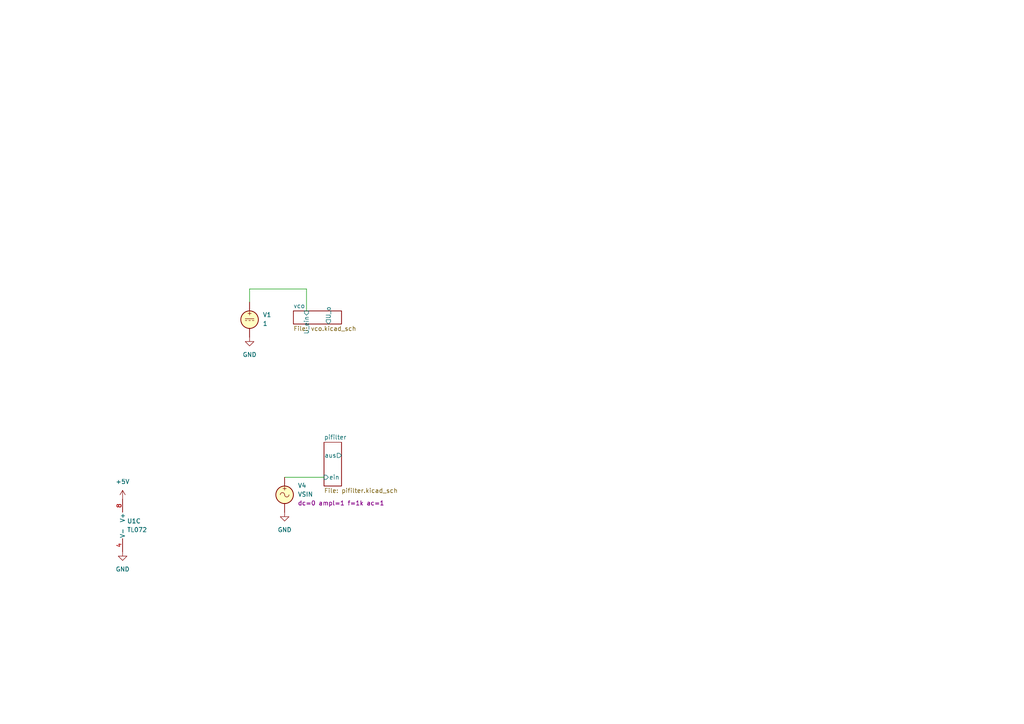
<source format=kicad_sch>
(kicad_sch
	(version 20231120)
	(generator "eeschema")
	(generator_version "8.0")
	(uuid "2bfb4d56-aacb-4507-b57e-dbc901fa3ede")
	(paper "A4")
	(lib_symbols
		(symbol "Amplifier_Operational:TL072"
			(pin_names
				(offset 0.127)
			)
			(exclude_from_sim no)
			(in_bom yes)
			(on_board yes)
			(property "Reference" "U"
				(at 0 5.08 0)
				(effects
					(font
						(size 1.27 1.27)
					)
					(justify left)
				)
			)
			(property "Value" "TL072"
				(at 0 -5.08 0)
				(effects
					(font
						(size 1.27 1.27)
					)
					(justify left)
				)
			)
			(property "Footprint" ""
				(at 0 0 0)
				(effects
					(font
						(size 1.27 1.27)
					)
					(hide yes)
				)
			)
			(property "Datasheet" "http://www.ti.com/lit/ds/symlink/tl071.pdf"
				(at 0 0 0)
				(effects
					(font
						(size 1.27 1.27)
					)
					(hide yes)
				)
			)
			(property "Description" "Dual Low-Noise JFET-Input Operational Amplifiers, DIP-8/SOIC-8"
				(at 0 0 0)
				(effects
					(font
						(size 1.27 1.27)
					)
					(hide yes)
				)
			)
			(property "ki_locked" ""
				(at 0 0 0)
				(effects
					(font
						(size 1.27 1.27)
					)
				)
			)
			(property "ki_keywords" "dual opamp"
				(at 0 0 0)
				(effects
					(font
						(size 1.27 1.27)
					)
					(hide yes)
				)
			)
			(property "ki_fp_filters" "SOIC*3.9x4.9mm*P1.27mm* DIP*W7.62mm* TO*99* OnSemi*Micro8* TSSOP*3x3mm*P0.65mm* TSSOP*4.4x3mm*P0.65mm* MSOP*3x3mm*P0.65mm* SSOP*3.9x4.9mm*P0.635mm* LFCSP*2x2mm*P0.5mm* *SIP* SOIC*5.3x6.2mm*P1.27mm*"
				(at 0 0 0)
				(effects
					(font
						(size 1.27 1.27)
					)
					(hide yes)
				)
			)
			(symbol "TL072_1_1"
				(polyline
					(pts
						(xy -5.08 5.08) (xy 5.08 0) (xy -5.08 -5.08) (xy -5.08 5.08)
					)
					(stroke
						(width 0.254)
						(type default)
					)
					(fill
						(type background)
					)
				)
				(pin output line
					(at 7.62 0 180)
					(length 2.54)
					(name "~"
						(effects
							(font
								(size 1.27 1.27)
							)
						)
					)
					(number "1"
						(effects
							(font
								(size 1.27 1.27)
							)
						)
					)
				)
				(pin input line
					(at -7.62 -2.54 0)
					(length 2.54)
					(name "-"
						(effects
							(font
								(size 1.27 1.27)
							)
						)
					)
					(number "2"
						(effects
							(font
								(size 1.27 1.27)
							)
						)
					)
				)
				(pin input line
					(at -7.62 2.54 0)
					(length 2.54)
					(name "+"
						(effects
							(font
								(size 1.27 1.27)
							)
						)
					)
					(number "3"
						(effects
							(font
								(size 1.27 1.27)
							)
						)
					)
				)
			)
			(symbol "TL072_2_1"
				(polyline
					(pts
						(xy -5.08 5.08) (xy 5.08 0) (xy -5.08 -5.08) (xy -5.08 5.08)
					)
					(stroke
						(width 0.254)
						(type default)
					)
					(fill
						(type background)
					)
				)
				(pin input line
					(at -7.62 2.54 0)
					(length 2.54)
					(name "+"
						(effects
							(font
								(size 1.27 1.27)
							)
						)
					)
					(number "5"
						(effects
							(font
								(size 1.27 1.27)
							)
						)
					)
				)
				(pin input line
					(at -7.62 -2.54 0)
					(length 2.54)
					(name "-"
						(effects
							(font
								(size 1.27 1.27)
							)
						)
					)
					(number "6"
						(effects
							(font
								(size 1.27 1.27)
							)
						)
					)
				)
				(pin output line
					(at 7.62 0 180)
					(length 2.54)
					(name "~"
						(effects
							(font
								(size 1.27 1.27)
							)
						)
					)
					(number "7"
						(effects
							(font
								(size 1.27 1.27)
							)
						)
					)
				)
			)
			(symbol "TL072_3_1"
				(pin power_in line
					(at -2.54 -7.62 90)
					(length 3.81)
					(name "V-"
						(effects
							(font
								(size 1.27 1.27)
							)
						)
					)
					(number "4"
						(effects
							(font
								(size 1.27 1.27)
							)
						)
					)
				)
				(pin power_in line
					(at -2.54 7.62 270)
					(length 3.81)
					(name "V+"
						(effects
							(font
								(size 1.27 1.27)
							)
						)
					)
					(number "8"
						(effects
							(font
								(size 1.27 1.27)
							)
						)
					)
				)
			)
		)
		(symbol "Simulation_SPICE:VDC"
			(pin_numbers hide)
			(pin_names
				(offset 0.0254)
			)
			(exclude_from_sim no)
			(in_bom yes)
			(on_board yes)
			(property "Reference" "V"
				(at 2.54 2.54 0)
				(effects
					(font
						(size 1.27 1.27)
					)
					(justify left)
				)
			)
			(property "Value" "1"
				(at 2.54 0 0)
				(effects
					(font
						(size 1.27 1.27)
					)
					(justify left)
				)
			)
			(property "Footprint" ""
				(at 0 0 0)
				(effects
					(font
						(size 1.27 1.27)
					)
					(hide yes)
				)
			)
			(property "Datasheet" "~"
				(at 0 0 0)
				(effects
					(font
						(size 1.27 1.27)
					)
					(hide yes)
				)
			)
			(property "Description" "Voltage source, DC"
				(at 0 0 0)
				(effects
					(font
						(size 1.27 1.27)
					)
					(hide yes)
				)
			)
			(property "Sim.Pins" "1=+ 2=-"
				(at 0 0 0)
				(effects
					(font
						(size 1.27 1.27)
					)
					(hide yes)
				)
			)
			(property "Sim.Type" "DC"
				(at 0 0 0)
				(effects
					(font
						(size 1.27 1.27)
					)
					(hide yes)
				)
			)
			(property "Sim.Device" "V"
				(at 0 0 0)
				(effects
					(font
						(size 1.27 1.27)
					)
					(justify left)
					(hide yes)
				)
			)
			(property "ki_keywords" "simulation"
				(at 0 0 0)
				(effects
					(font
						(size 1.27 1.27)
					)
					(hide yes)
				)
			)
			(symbol "VDC_0_0"
				(polyline
					(pts
						(xy -1.27 0.254) (xy 1.27 0.254)
					)
					(stroke
						(width 0)
						(type default)
					)
					(fill
						(type none)
					)
				)
				(polyline
					(pts
						(xy -0.762 -0.254) (xy -1.27 -0.254)
					)
					(stroke
						(width 0)
						(type default)
					)
					(fill
						(type none)
					)
				)
				(polyline
					(pts
						(xy 0.254 -0.254) (xy -0.254 -0.254)
					)
					(stroke
						(width 0)
						(type default)
					)
					(fill
						(type none)
					)
				)
				(polyline
					(pts
						(xy 1.27 -0.254) (xy 0.762 -0.254)
					)
					(stroke
						(width 0)
						(type default)
					)
					(fill
						(type none)
					)
				)
				(text "+"
					(at 0 1.905 0)
					(effects
						(font
							(size 1.27 1.27)
						)
					)
				)
			)
			(symbol "VDC_0_1"
				(circle
					(center 0 0)
					(radius 2.54)
					(stroke
						(width 0.254)
						(type default)
					)
					(fill
						(type background)
					)
				)
			)
			(symbol "VDC_1_1"
				(pin passive line
					(at 0 5.08 270)
					(length 2.54)
					(name "~"
						(effects
							(font
								(size 1.27 1.27)
							)
						)
					)
					(number "1"
						(effects
							(font
								(size 1.27 1.27)
							)
						)
					)
				)
				(pin passive line
					(at 0 -5.08 90)
					(length 2.54)
					(name "~"
						(effects
							(font
								(size 1.27 1.27)
							)
						)
					)
					(number "2"
						(effects
							(font
								(size 1.27 1.27)
							)
						)
					)
				)
			)
		)
		(symbol "Simulation_SPICE:VSIN"
			(pin_numbers hide)
			(pin_names
				(offset 0.0254)
			)
			(exclude_from_sim no)
			(in_bom yes)
			(on_board yes)
			(property "Reference" "V"
				(at 2.54 2.54 0)
				(effects
					(font
						(size 1.27 1.27)
					)
					(justify left)
				)
			)
			(property "Value" "VSIN"
				(at 2.54 0 0)
				(effects
					(font
						(size 1.27 1.27)
					)
					(justify left)
				)
			)
			(property "Footprint" ""
				(at 0 0 0)
				(effects
					(font
						(size 1.27 1.27)
					)
					(hide yes)
				)
			)
			(property "Datasheet" "~"
				(at 0 0 0)
				(effects
					(font
						(size 1.27 1.27)
					)
					(hide yes)
				)
			)
			(property "Description" "Voltage source, sinusoidal"
				(at 0 0 0)
				(effects
					(font
						(size 1.27 1.27)
					)
					(hide yes)
				)
			)
			(property "Sim.Pins" "1=+ 2=-"
				(at 0 0 0)
				(effects
					(font
						(size 1.27 1.27)
					)
					(hide yes)
				)
			)
			(property "Sim.Params" "dc=0 ampl=1 f=1k ac=1"
				(at 2.54 -2.54 0)
				(effects
					(font
						(size 1.27 1.27)
					)
					(justify left)
				)
			)
			(property "Sim.Type" "SIN"
				(at 0 0 0)
				(effects
					(font
						(size 1.27 1.27)
					)
					(hide yes)
				)
			)
			(property "Sim.Device" "V"
				(at 0 0 0)
				(effects
					(font
						(size 1.27 1.27)
					)
					(justify left)
					(hide yes)
				)
			)
			(property "ki_keywords" "simulation ac vac"
				(at 0 0 0)
				(effects
					(font
						(size 1.27 1.27)
					)
					(hide yes)
				)
			)
			(symbol "VSIN_0_0"
				(arc
					(start 0 0)
					(mid -0.635 0.6323)
					(end -1.27 0)
					(stroke
						(width 0)
						(type default)
					)
					(fill
						(type none)
					)
				)
				(arc
					(start 0 0)
					(mid 0.635 -0.6323)
					(end 1.27 0)
					(stroke
						(width 0)
						(type default)
					)
					(fill
						(type none)
					)
				)
				(text "+"
					(at 0 1.905 0)
					(effects
						(font
							(size 1.27 1.27)
						)
					)
				)
			)
			(symbol "VSIN_0_1"
				(circle
					(center 0 0)
					(radius 2.54)
					(stroke
						(width 0.254)
						(type default)
					)
					(fill
						(type background)
					)
				)
			)
			(symbol "VSIN_1_1"
				(pin passive line
					(at 0 5.08 270)
					(length 2.54)
					(name "~"
						(effects
							(font
								(size 1.27 1.27)
							)
						)
					)
					(number "1"
						(effects
							(font
								(size 1.27 1.27)
							)
						)
					)
				)
				(pin passive line
					(at 0 -5.08 90)
					(length 2.54)
					(name "~"
						(effects
							(font
								(size 1.27 1.27)
							)
						)
					)
					(number "2"
						(effects
							(font
								(size 1.27 1.27)
							)
						)
					)
				)
			)
		)
		(symbol "power:+5V"
			(power)
			(pin_names
				(offset 0)
			)
			(exclude_from_sim no)
			(in_bom yes)
			(on_board yes)
			(property "Reference" "#PWR"
				(at 0 -3.81 0)
				(effects
					(font
						(size 1.27 1.27)
					)
					(hide yes)
				)
			)
			(property "Value" "+5V"
				(at 0 3.556 0)
				(effects
					(font
						(size 1.27 1.27)
					)
				)
			)
			(property "Footprint" ""
				(at 0 0 0)
				(effects
					(font
						(size 1.27 1.27)
					)
					(hide yes)
				)
			)
			(property "Datasheet" ""
				(at 0 0 0)
				(effects
					(font
						(size 1.27 1.27)
					)
					(hide yes)
				)
			)
			(property "Description" "Power symbol creates a global label with name \"+5V\""
				(at 0 0 0)
				(effects
					(font
						(size 1.27 1.27)
					)
					(hide yes)
				)
			)
			(property "ki_keywords" "global power"
				(at 0 0 0)
				(effects
					(font
						(size 1.27 1.27)
					)
					(hide yes)
				)
			)
			(symbol "+5V_0_1"
				(polyline
					(pts
						(xy -0.762 1.27) (xy 0 2.54)
					)
					(stroke
						(width 0)
						(type default)
					)
					(fill
						(type none)
					)
				)
				(polyline
					(pts
						(xy 0 0) (xy 0 2.54)
					)
					(stroke
						(width 0)
						(type default)
					)
					(fill
						(type none)
					)
				)
				(polyline
					(pts
						(xy 0 2.54) (xy 0.762 1.27)
					)
					(stroke
						(width 0)
						(type default)
					)
					(fill
						(type none)
					)
				)
			)
			(symbol "+5V_1_1"
				(pin power_in line
					(at 0 0 90)
					(length 0) hide
					(name "+5V"
						(effects
							(font
								(size 1.27 1.27)
							)
						)
					)
					(number "1"
						(effects
							(font
								(size 1.27 1.27)
							)
						)
					)
				)
			)
		)
		(symbol "power:GND"
			(power)
			(pin_names
				(offset 0)
			)
			(exclude_from_sim no)
			(in_bom yes)
			(on_board yes)
			(property "Reference" "#PWR"
				(at 0 -6.35 0)
				(effects
					(font
						(size 1.27 1.27)
					)
					(hide yes)
				)
			)
			(property "Value" "GND"
				(at 0 -3.81 0)
				(effects
					(font
						(size 1.27 1.27)
					)
				)
			)
			(property "Footprint" ""
				(at 0 0 0)
				(effects
					(font
						(size 1.27 1.27)
					)
					(hide yes)
				)
			)
			(property "Datasheet" ""
				(at 0 0 0)
				(effects
					(font
						(size 1.27 1.27)
					)
					(hide yes)
				)
			)
			(property "Description" "Power symbol creates a global label with name \"GND\" , ground"
				(at 0 0 0)
				(effects
					(font
						(size 1.27 1.27)
					)
					(hide yes)
				)
			)
			(property "ki_keywords" "global power"
				(at 0 0 0)
				(effects
					(font
						(size 1.27 1.27)
					)
					(hide yes)
				)
			)
			(symbol "GND_0_1"
				(polyline
					(pts
						(xy 0 0) (xy 0 -1.27) (xy 1.27 -1.27) (xy 0 -2.54) (xy -1.27 -1.27) (xy 0 -1.27)
					)
					(stroke
						(width 0)
						(type default)
					)
					(fill
						(type none)
					)
				)
			)
			(symbol "GND_1_1"
				(pin power_in line
					(at 0 0 270)
					(length 0) hide
					(name "GND"
						(effects
							(font
								(size 1.27 1.27)
							)
						)
					)
					(number "1"
						(effects
							(font
								(size 1.27 1.27)
							)
						)
					)
				)
			)
		)
	)
	(wire
		(pts
			(xy 88.9 90.17) (xy 88.9 83.82)
		)
		(stroke
			(width 0)
			(type default)
		)
		(uuid "5080e7c1-ab78-4279-afbd-378991d7e28f")
	)
	(wire
		(pts
			(xy 88.9 83.82) (xy 72.39 83.82)
		)
		(stroke
			(width 0)
			(type default)
		)
		(uuid "7aa2a8c6-7381-48cf-b606-9371df1318ff")
	)
	(wire
		(pts
			(xy 82.55 138.43) (xy 93.98 138.43)
		)
		(stroke
			(width 0)
			(type default)
		)
		(uuid "de9dcf46-8e11-4b22-8e7b-230ffeea4abc")
	)
	(wire
		(pts
			(xy 72.39 83.82) (xy 72.39 87.63)
		)
		(stroke
			(width 0)
			(type default)
		)
		(uuid "e3e892ff-8445-4b66-9f1b-96094afc33f9")
	)
	(symbol
		(lib_id "power:GND")
		(at 82.55 148.59 0)
		(unit 1)
		(exclude_from_sim no)
		(in_bom yes)
		(on_board yes)
		(dnp no)
		(fields_autoplaced yes)
		(uuid "20bbd973-e9f8-4882-98dc-7365d8e506d8")
		(property "Reference" "#PWR011"
			(at 82.55 154.94 0)
			(effects
				(font
					(size 1.27 1.27)
				)
				(hide yes)
			)
		)
		(property "Value" "GND"
			(at 82.55 153.67 0)
			(effects
				(font
					(size 1.27 1.27)
				)
			)
		)
		(property "Footprint" ""
			(at 82.55 148.59 0)
			(effects
				(font
					(size 1.27 1.27)
				)
				(hide yes)
			)
		)
		(property "Datasheet" ""
			(at 82.55 148.59 0)
			(effects
				(font
					(size 1.27 1.27)
				)
				(hide yes)
			)
		)
		(property "Description" "Power symbol creates a global label with name \"GND\" , ground"
			(at 82.55 148.59 0)
			(effects
				(font
					(size 1.27 1.27)
				)
				(hide yes)
			)
		)
		(pin "1"
			(uuid "3c5d81b4-e089-4223-a333-1c155c76cbd6")
		)
		(instances
			(project "alles_getrennt"
				(path "/2bfb4d56-aacb-4507-b57e-dbc901fa3ede"
					(reference "#PWR011")
					(unit 1)
				)
			)
		)
	)
	(symbol
		(lib_id "Amplifier_Operational:TL072")
		(at 38.1 152.4 0)
		(unit 3)
		(exclude_from_sim no)
		(in_bom yes)
		(on_board yes)
		(dnp no)
		(fields_autoplaced yes)
		(uuid "4cf476d3-0118-4865-a3a7-86af2ef1a93e")
		(property "Reference" "U1"
			(at 36.83 151.1299 0)
			(effects
				(font
					(size 1.27 1.27)
				)
				(justify left)
			)
		)
		(property "Value" "TL072"
			(at 36.83 153.6699 0)
			(effects
				(font
					(size 1.27 1.27)
				)
				(justify left)
			)
		)
		(property "Footprint" ""
			(at 38.1 152.4 0)
			(effects
				(font
					(size 1.27 1.27)
				)
				(hide yes)
			)
		)
		(property "Datasheet" "http://www.ti.com/lit/ds/symlink/tl071.pdf"
			(at 38.1 152.4 0)
			(effects
				(font
					(size 1.27 1.27)
				)
				(hide yes)
			)
		)
		(property "Description" "Dual Low-Noise JFET-Input Operational Amplifiers, DIP-8/SOIC-8"
			(at 38.1 152.4 0)
			(effects
				(font
					(size 1.27 1.27)
				)
				(hide yes)
			)
		)
		(property "Sim.Library" "TL072-dual.lib"
			(at 38.1 152.4 0)
			(effects
				(font
					(size 1.27 1.27)
				)
				(hide yes)
			)
		)
		(property "Sim.Name" "TL072c"
			(at 38.1 152.4 0)
			(effects
				(font
					(size 1.27 1.27)
				)
				(hide yes)
			)
		)
		(property "Sim.Device" "SUBCKT"
			(at 38.1 152.4 0)
			(effects
				(font
					(size 1.27 1.27)
				)
				(hide yes)
			)
		)
		(property "Sim.Pins" "1=1out 2=1in- 3=1in+ 4=vcc- 5=2in+ 6=2in- 7=2out 8=vcc+"
			(at 38.1 152.4 0)
			(effects
				(font
					(size 1.27 1.27)
				)
				(hide yes)
			)
		)
		(pin "5"
			(uuid "dbe642ed-0afb-4289-8b82-f66055cf7c92")
		)
		(pin "6"
			(uuid "fdff2ce6-b7d4-498b-8e91-5e6397cb297e")
		)
		(pin "2"
			(uuid "cb26eef3-0a0e-41f8-bbd6-d51902a376d2")
		)
		(pin "7"
			(uuid "4b80dadd-aa1f-4162-a0d7-60bca6b2d737")
		)
		(pin "1"
			(uuid "db85d02c-7388-4da4-8721-2b15c6cecaf3")
		)
		(pin "3"
			(uuid "bfa0bcba-d980-4f94-b05c-acf9125cdebe")
		)
		(pin "4"
			(uuid "4e64b85e-7f3c-422f-9b40-0e8323a8a974")
		)
		(pin "8"
			(uuid "97d5b1da-a927-484b-ab0e-c74e458db4f1")
		)
		(instances
			(project "alles_getrennt"
				(path "/2bfb4d56-aacb-4507-b57e-dbc901fa3ede"
					(reference "U1")
					(unit 3)
				)
			)
		)
	)
	(symbol
		(lib_id "Simulation_SPICE:VSIN")
		(at 82.55 143.51 0)
		(unit 1)
		(exclude_from_sim no)
		(in_bom yes)
		(on_board yes)
		(dnp no)
		(fields_autoplaced yes)
		(uuid "6d6fb29e-ea29-41c9-a957-26e44329cee2")
		(property "Reference" "V4"
			(at 86.36 140.8401 0)
			(effects
				(font
					(size 1.27 1.27)
				)
				(justify left)
			)
		)
		(property "Value" "VSIN"
			(at 86.36 143.3801 0)
			(effects
				(font
					(size 1.27 1.27)
				)
				(justify left)
			)
		)
		(property "Footprint" ""
			(at 82.55 143.51 0)
			(effects
				(font
					(size 1.27 1.27)
				)
				(hide yes)
			)
		)
		(property "Datasheet" "~"
			(at 82.55 143.51 0)
			(effects
				(font
					(size 1.27 1.27)
				)
				(hide yes)
			)
		)
		(property "Description" "Voltage source, sinusoidal"
			(at 82.55 143.51 0)
			(effects
				(font
					(size 1.27 1.27)
				)
				(hide yes)
			)
		)
		(property "Sim.Pins" "1=+ 2=-"
			(at 82.55 143.51 0)
			(effects
				(font
					(size 1.27 1.27)
				)
				(hide yes)
			)
		)
		(property "Sim.Params" "dc=0 ampl=1 f=1k ac=1"
			(at 86.36 145.9201 0)
			(effects
				(font
					(size 1.27 1.27)
				)
				(justify left)
			)
		)
		(property "Sim.Type" "SIN"
			(at 82.55 143.51 0)
			(effects
				(font
					(size 1.27 1.27)
				)
				(hide yes)
			)
		)
		(property "Sim.Device" "V"
			(at 82.55 143.51 0)
			(effects
				(font
					(size 1.27 1.27)
				)
				(justify left)
				(hide yes)
			)
		)
		(pin "2"
			(uuid "ef3a1620-55d4-4d8c-aa16-ba56bde3ff3e")
		)
		(pin "1"
			(uuid "b853fbc5-0636-4001-8dca-b70abf7642a9")
		)
		(instances
			(project "alles_getrennt"
				(path "/2bfb4d56-aacb-4507-b57e-dbc901fa3ede"
					(reference "V4")
					(unit 1)
				)
			)
		)
	)
	(symbol
		(lib_id "power:GND")
		(at 35.56 160.02 0)
		(unit 1)
		(exclude_from_sim no)
		(in_bom yes)
		(on_board yes)
		(dnp no)
		(fields_autoplaced yes)
		(uuid "951a7a71-23bf-4ec1-9c0b-518d4d339321")
		(property "Reference" "#PWR010"
			(at 35.56 166.37 0)
			(effects
				(font
					(size 1.27 1.27)
				)
				(hide yes)
			)
		)
		(property "Value" "GND"
			(at 35.56 165.1 0)
			(effects
				(font
					(size 1.27 1.27)
				)
			)
		)
		(property "Footprint" ""
			(at 35.56 160.02 0)
			(effects
				(font
					(size 1.27 1.27)
				)
				(hide yes)
			)
		)
		(property "Datasheet" ""
			(at 35.56 160.02 0)
			(effects
				(font
					(size 1.27 1.27)
				)
				(hide yes)
			)
		)
		(property "Description" "Power symbol creates a global label with name \"GND\" , ground"
			(at 35.56 160.02 0)
			(effects
				(font
					(size 1.27 1.27)
				)
				(hide yes)
			)
		)
		(pin "1"
			(uuid "ebb28597-4c9b-482a-912a-e9f0a4e6e447")
		)
		(instances
			(project "alles_getrennt"
				(path "/2bfb4d56-aacb-4507-b57e-dbc901fa3ede"
					(reference "#PWR010")
					(unit 1)
				)
			)
		)
	)
	(symbol
		(lib_id "Simulation_SPICE:VDC")
		(at 72.39 92.71 0)
		(unit 1)
		(exclude_from_sim no)
		(in_bom yes)
		(on_board yes)
		(dnp no)
		(fields_autoplaced yes)
		(uuid "e8dab060-4650-4237-b3ea-f17d5cc72d23")
		(property "Reference" "V1"
			(at 76.2 91.3101 0)
			(effects
				(font
					(size 1.27 1.27)
				)
				(justify left)
			)
		)
		(property "Value" "1"
			(at 76.2 93.8501 0)
			(effects
				(font
					(size 1.27 1.27)
				)
				(justify left)
			)
		)
		(property "Footprint" ""
			(at 72.39 92.71 0)
			(effects
				(font
					(size 1.27 1.27)
				)
				(hide yes)
			)
		)
		(property "Datasheet" "~"
			(at 72.39 92.71 0)
			(effects
				(font
					(size 1.27 1.27)
				)
				(hide yes)
			)
		)
		(property "Description" "Voltage source, DC"
			(at 72.39 92.71 0)
			(effects
				(font
					(size 1.27 1.27)
				)
				(hide yes)
			)
		)
		(property "Sim.Pins" "1=+ 2=-"
			(at 72.39 92.71 0)
			(effects
				(font
					(size 1.27 1.27)
				)
				(hide yes)
			)
		)
		(property "Sim.Type" "DC"
			(at 72.39 92.71 0)
			(effects
				(font
					(size 1.27 1.27)
				)
				(hide yes)
			)
		)
		(property "Sim.Device" "V"
			(at 72.39 92.71 0)
			(effects
				(font
					(size 1.27 1.27)
				)
				(justify left)
				(hide yes)
			)
		)
		(pin "1"
			(uuid "d191bdb4-7596-4db0-80cb-92eaab8185b4")
		)
		(pin "2"
			(uuid "72635104-d708-44f5-bf68-6902096a9c16")
		)
		(instances
			(project "alles_getrennt"
				(path "/2bfb4d56-aacb-4507-b57e-dbc901fa3ede"
					(reference "V1")
					(unit 1)
				)
			)
		)
	)
	(symbol
		(lib_id "power:+5V")
		(at 35.56 144.78 0)
		(unit 1)
		(exclude_from_sim no)
		(in_bom yes)
		(on_board yes)
		(dnp no)
		(fields_autoplaced yes)
		(uuid "f64a949a-c15e-4653-aa23-e419b4e83c06")
		(property "Reference" "#PWR09"
			(at 35.56 148.59 0)
			(effects
				(font
					(size 1.27 1.27)
				)
				(hide yes)
			)
		)
		(property "Value" "+5V"
			(at 35.56 139.7 0)
			(effects
				(font
					(size 1.27 1.27)
				)
			)
		)
		(property "Footprint" ""
			(at 35.56 144.78 0)
			(effects
				(font
					(size 1.27 1.27)
				)
				(hide yes)
			)
		)
		(property "Datasheet" ""
			(at 35.56 144.78 0)
			(effects
				(font
					(size 1.27 1.27)
				)
				(hide yes)
			)
		)
		(property "Description" "Power symbol creates a global label with name \"+5V\""
			(at 35.56 144.78 0)
			(effects
				(font
					(size 1.27 1.27)
				)
				(hide yes)
			)
		)
		(pin "1"
			(uuid "3fcf3a6d-26f1-4f1b-a89c-66ed24a5e4bf")
		)
		(instances
			(project "alles_getrennt"
				(path "/2bfb4d56-aacb-4507-b57e-dbc901fa3ede"
					(reference "#PWR09")
					(unit 1)
				)
			)
		)
	)
	(symbol
		(lib_id "power:GND")
		(at 72.39 97.79 0)
		(unit 1)
		(exclude_from_sim no)
		(in_bom yes)
		(on_board yes)
		(dnp no)
		(fields_autoplaced yes)
		(uuid "f948bc3b-39a7-430b-9872-40a9bbfdb546")
		(property "Reference" "#PWR01"
			(at 72.39 104.14 0)
			(effects
				(font
					(size 1.27 1.27)
				)
				(hide yes)
			)
		)
		(property "Value" "GND"
			(at 72.39 102.87 0)
			(effects
				(font
					(size 1.27 1.27)
				)
			)
		)
		(property "Footprint" ""
			(at 72.39 97.79 0)
			(effects
				(font
					(size 1.27 1.27)
				)
				(hide yes)
			)
		)
		(property "Datasheet" ""
			(at 72.39 97.79 0)
			(effects
				(font
					(size 1.27 1.27)
				)
				(hide yes)
			)
		)
		(property "Description" "Power symbol creates a global label with name \"GND\" , ground"
			(at 72.39 97.79 0)
			(effects
				(font
					(size 1.27 1.27)
				)
				(hide yes)
			)
		)
		(pin "1"
			(uuid "92ba70cb-3e51-4151-9f4a-344127dd4a7d")
		)
		(instances
			(project "alles_getrennt"
				(path "/2bfb4d56-aacb-4507-b57e-dbc901fa3ede"
					(reference "#PWR01")
					(unit 1)
				)
			)
		)
	)
	(sheet
		(at 93.98 128.27)
		(size 5.08 12.7)
		(fields_autoplaced yes)
		(stroke
			(width 0.1524)
			(type solid)
		)
		(fill
			(color 0 0 0 0.0000)
		)
		(uuid "a87cc6be-1234-40f6-803d-735417fdea9f")
		(property "Sheetname" "pifilter"
			(at 93.98 127.5584 0)
			(effects
				(font
					(size 1.27 1.27)
				)
				(justify left bottom)
			)
		)
		(property "Sheetfile" "pifilter.kicad_sch"
			(at 93.98 141.5546 0)
			(effects
				(font
					(size 1.27 1.27)
				)
				(justify left top)
			)
		)
		(property "Field2" ""
			(at 90.17 132.08 0)
			(effects
				(font
					(size 1.27 1.27)
				)
				(hide yes)
			)
		)
		(pin "ein" input
			(at 93.98 138.43 180)
			(effects
				(font
					(size 1.27 1.27)
				)
				(justify left)
			)
			(uuid "059a281d-3eab-450f-8159-a72332fa73f2")
		)
		(pin "aus" output
			(at 99.06 132.08 0)
			(effects
				(font
					(size 1.27 1.27)
				)
				(justify right)
			)
			(uuid "0b89c493-240e-4c20-a785-2055a8af94b8")
		)
		(instances
			(project "alles_getrennt"
				(path "/2bfb4d56-aacb-4507-b57e-dbc901fa3ede"
					(page "2")
				)
			)
		)
	)
	(sheet
		(at 85.09 90.17)
		(size 13.97 3.81)
		(fields_autoplaced yes)
		(stroke
			(width 0.1524)
			(type solid)
		)
		(fill
			(color 0 0 0 0.0000)
		)
		(uuid "b0c2f8de-20a6-4fcd-9146-a9c4c2c31a6d")
		(property "Sheetname" "vco"
			(at 85.09 89.4584 0)
			(effects
				(font
					(size 1.27 1.27)
				)
				(justify left bottom)
			)
		)
		(property "Sheetfile" "vco.kicad_sch"
			(at 85.09 94.5646 0)
			(effects
				(font
					(size 1.27 1.27)
				)
				(justify left top)
			)
		)
		(pin "U_ein" input
			(at 88.9 90.17 90)
			(effects
				(font
					(size 1.27 1.27)
				)
				(justify right)
			)
			(uuid "78c4ff3f-5685-49a2-8c0c-ea8fef616232")
		)
		(pin "U_o" output
			(at 95.25 93.98 270)
			(effects
				(font
					(size 1.27 1.27)
				)
				(justify left)
			)
			(uuid "d1ac4847-ed2c-4cf7-9106-297d4e977ac6")
		)
		(instances
			(project "alles_getrennt"
				(path "/2bfb4d56-aacb-4507-b57e-dbc901fa3ede"
					(page "3")
				)
			)
		)
	)
	(sheet_instances
		(path "/"
			(page "1")
		)
	)
)
</source>
